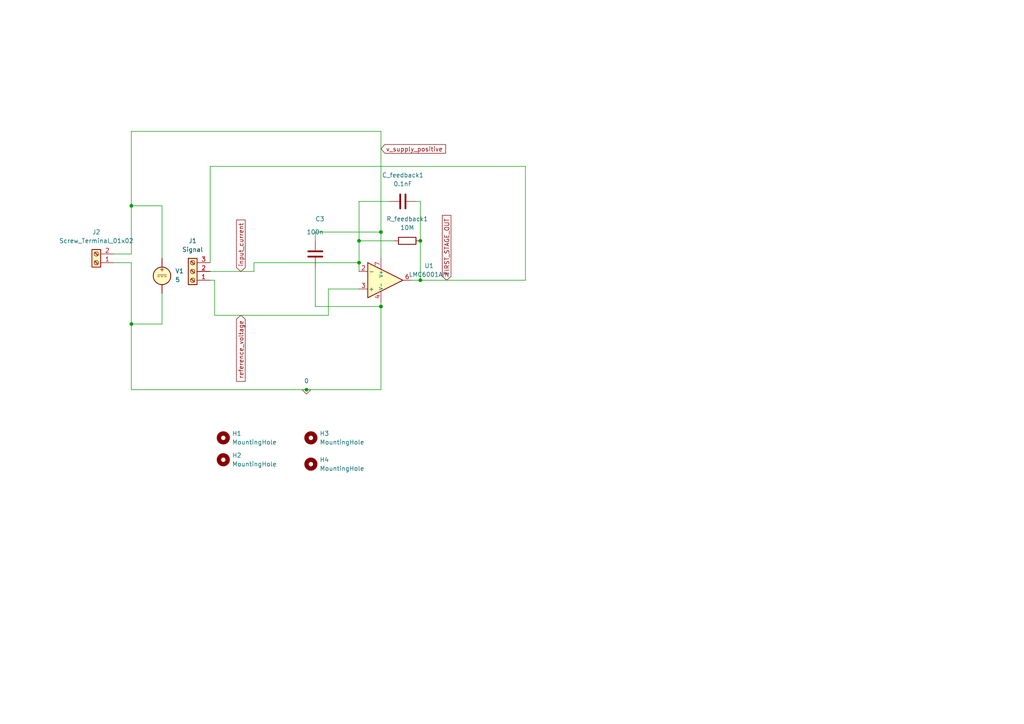
<source format=kicad_sch>
(kicad_sch (version 20230121) (generator eeschema)
  (paper "A4")
  (lib_symbols
    (symbol "Amplifier_Operational_AKL:LMC6001AIN" (pin_names (offset 0.2))
      (property "Reference" "U" (at 2.54 7.62 0))
      (property "Value" "LMC6001AIN" (at 2.54 5.08 0))
      (symbol "LMC6001AIN_0_1"
        (polyline (pts (xy -5.08 5.08) (xy -5.08 -5.08) (xy 5.08 0) (xy -5.08 5.08)) (stroke (width 0.254)) (fill (type background)))
      )
      (symbol "LMC6001AIN_1_1"
        (pin no_connect line (at 1.27 1.27 270) (length 2.54) hide (name "NC") (number "1"))
        (pin input line (at -7.62 2.54 0) (length 2.54) (name "-") (number "2"))
        (pin input line (at -7.62 -2.54 0) (length 2.54) (name "+") (number "3"))
        (pin power_in line (at -1.27 -6.35 90) (length 3.18) (name "V-") (number "4"))
        (pin no_connect line (at 0 -1.27 90) (length 2.54) hide (name "NC") (number "5"))
        (pin output line (at 7.62 0 180) (length 2.54) (name "~") (number "6"))
        (pin power_in line (at -1.27 6.35 270) (length 3.18) (name "V+") (number "7"))
        (pin no_connect line (at -2.54 -1.27 90) (length 2.54) hide (name "NC") (number "8"))
      )
    )
    (symbol "Capacitor_AKL:C_Rect_L13.0mm_W6.0mm_P10.00mm" (pin_numbers hide) (pin_names (offset 0.254))
      (property "Reference" "C" (at 0.635 2.54 0))
      (property "Value" "C_Rect_L13.0mm_W6.0mm_P10.00mm" (at 0.635 -2.54 0))
      (symbol "C_Rect_L13.0mm_W6.0mm_P10.00mm_0_1"
        (polyline (pts (xy -2.032 -0.762) (xy 2.032 -0.762)) (stroke (width 0.508)))
        (polyline (pts (xy -2.032 0.762) (xy 2.032 0.762)) (stroke (width 0.508)))
      )
      (symbol "C_Rect_L13.0mm_W6.0mm_P10.00mm_1_1"
        (pin passive line (at 0 3.81 270) (length 2.794) (name "~") (number "1"))
        (pin passive line (at 0 -3.81 90) (length 2.794) (name "~") (number "2"))
      )
    )
    (symbol "Connector:Screw_Terminal_01x02" (pin_names (offset 1.016) hide)
      (property "Reference" "J" (at 0 2.54 0))
      (property "Value" "Screw_Terminal_01x02" (at 0 -5.08 0))
      (symbol "Screw_Terminal_01x02_1_1"
        (rectangle (start -1.27 1.27) (end 1.27 -3.81) (stroke (width 0.254)) (fill (type background)))
        (circle (center 0 -2.54) (radius 0.635) (stroke (width 0.1524)))
        (polyline (pts (xy -0.5334 -2.2098) (xy 0.3302 -3.048)) (stroke (width 0.1524)))
        (polyline (pts (xy -0.5334 0.3302) (xy 0.3302 -0.508)) (stroke (width 0.1524)))
        (polyline (pts (xy -0.3556 -2.032) (xy 0.508 -2.8702)) (stroke (width 0.1524)))
        (polyline (pts (xy -0.3556 0.508) (xy 0.508 -0.3302)) (stroke (width 0.1524)))
        (circle (center 0 0) (radius 0.635) (stroke (width 0.1524)))
        (pin passive line (at -5.08 0 0) (length 3.81) (name "Pin_1") (number "1"))
        (pin passive line (at -5.08 -2.54 0) (length 3.81) (name "Pin_2") (number "2"))
      )
    )
    (symbol "Connector:Screw_Terminal_01x03" (pin_names (offset 1.016) hide)
      (property "Reference" "J" (at 0 5.08 0))
      (property "Value" "Screw_Terminal_01x03" (at 0 -5.08 0))
      (symbol "Screw_Terminal_01x03_1_1"
        (rectangle (start -1.27 3.81) (end 1.27 -3.81) (stroke (width 0.254)) (fill (type background)))
        (circle (center 0 -2.54) (radius 0.635) (stroke (width 0.1524)))
        (polyline (pts (xy -0.5334 -2.2098) (xy 0.3302 -3.048)) (stroke (width 0.1524)))
        (polyline (pts (xy -0.5334 0.3302) (xy 0.3302 -0.508)) (stroke (width 0.1524)))
        (polyline (pts (xy -0.5334 2.8702) (xy 0.3302 2.032)) (stroke (width 0.1524)))
        (polyline (pts (xy -0.3556 -2.032) (xy 0.508 -2.8702)) (stroke (width 0.1524)))
        (polyline (pts (xy -0.3556 0.508) (xy 0.508 -0.3302)) (stroke (width 0.1524)))
        (polyline (pts (xy -0.3556 3.048) (xy 0.508 2.2098)) (stroke (width 0.1524)))
        (circle (center 0 0) (radius 0.635) (stroke (width 0.1524)))
        (circle (center 0 2.54) (radius 0.635) (stroke (width 0.1524)))
        (pin passive line (at -5.08 2.54 0) (length 3.81) (name "Pin_1") (number "1"))
        (pin passive line (at -5.08 0 0) (length 3.81) (name "Pin_2") (number "2"))
        (pin passive line (at -5.08 -2.54 0) (length 3.81) (name "Pin_3") (number "3"))
      )
    )
    (symbol "Device:C" (pin_numbers hide) (pin_names (offset 0.254))
      (property "Reference" "C" (at 0.635 2.54 0))
      (property "Value" "C" (at 0.635 -2.54 0))
      (symbol "C_0_1"
        (polyline (pts (xy -2.032 -0.762) (xy 2.032 -0.762)) (stroke (width 0.508)))
        (polyline (pts (xy -2.032 0.762) (xy 2.032 0.762)) (stroke (width 0.508)))
      )
      (symbol "C_1_1"
        (pin passive line (at 0 3.81 270) (length 2.794) (name "~") (number "1"))
        (pin passive line (at 0 -3.81 90) (length 2.794) (name "~") (number "2"))
      )
    )
    (symbol "Device:R" (pin_numbers hide) (pin_names (offset 0))
      (property "Reference" "R" (at 2.032 0 90))
      (property "Value" "R" (at 0 0 90))
      (symbol "R_0_1"
        (rectangle (start -1.016 -2.54) (end 1.016 2.54) (stroke (width 0.254)))
      )
      (symbol "R_1_1"
        (pin passive line (at 0 3.81 270) (length 1.27) (name "~") (number "1"))
        (pin passive line (at 0 -3.81 90) (length 1.27) (name "~") (number "2"))
      )
    )
    (symbol "Mechanical:MountingHole" (pin_names (offset 1.016))
      (property "Reference" "H" (at 0 5.08 0))
      (property "Value" "MountingHole" (at 0 3.175 0))
      (symbol "MountingHole_0_1"
        (circle (center 0 0) (radius 1.27) (stroke (width 1.27)))
      )
    )
    (symbol "Simulation_SPICE:0" (power) (pin_names (offset 0))
      (property "Value" "0" (at 0 -1.778 0))
      (symbol "0_0_1"
        (polyline (pts (xy -1.27 0) (xy 0 -1.27) (xy 1.27 0) (xy -1.27 0)))
      )
      (symbol "0_1_1"
        (pin power_in line (at 0 0 0) (length 0) hide (name "0") (number "1"))
      )
    )
    (symbol "Simulation_SPICE:VDC" (pin_numbers hide) (pin_names (offset 0.0254))
      (property "Reference" "V" (at 2.54 2.54 0))
      (property "Value" "1" (at 2.54 0 0))
      (symbol "VDC_0_0"
        (polyline (pts (xy -1.27 0.254) (xy 1.27 0.254)))
        (polyline (pts (xy -0.762 -0.254) (xy -1.27 -0.254)))
        (polyline (pts (xy 0.254 -0.254) (xy -0.254 -0.254)))
        (polyline (pts (xy 1.27 -0.254) (xy 0.762 -0.254)))
        (text "+" (at 0 1.905 0) (effects (font (size 1.27 1.27))))
      )
      (symbol "VDC_0_1"
        (circle (center 0 0) (radius 2.54) (stroke (width 0.254)) (fill (type background)))
      )
      (symbol "VDC_1_1"
        (pin passive line (at 0 5.08 270) (length 2.54) (name "~") (number "1"))
        (pin passive line (at 0 -5.08 90) (length 2.54) (name "~") (number "2"))
      )
    )
  )
  (junction (at 121.92 69.85))
  (junction (at 110.49 88.9))
  (junction (at 38.1 93.98))
  (junction (at 104.14 69.85))
  (junction (at 110.49 67.31))
  (junction (at 38.1 59.69))
  (junction (at 121.92 81.28))
  (junction (at 88.9 113.03))
  (junction (at 104.14 76.2))
  (wire (pts (xy 110.49 67.31) (xy 110.49 74.93)))
  (wire (pts (xy 119.38 81.28) (xy 121.92 81.28)))
  (wire (pts (xy 62.23 91.44) (xy 95.25 91.44)))
  (wire (pts (xy 73.66 76.2) (xy 73.66 78.74)))
  (wire (pts (xy 38.1 59.69) (xy 46.99 59.69)))
  (wire (pts (xy 38.1 73.66) (xy 33.02 73.66)))
  (wire (pts (xy 38.1 38.1) (xy 110.49 38.1)))
  (wire (pts (xy 38.1 59.69) (xy 38.1 38.1)))
  (wire (pts (xy 152.4 48.26) (xy 60.96 48.26)))
  (wire (pts (xy 121.92 58.42) (xy 120.65 58.42)))
  (wire (pts (xy 95.25 91.44) (xy 95.25 83.82)))
  (wire (pts (xy 38.1 59.69) (xy 38.1 73.66)))
  (wire (pts (xy 104.14 69.85) (xy 114.3 69.85)))
  (wire (pts (xy 38.1 76.2) (xy 33.02 76.2)))
  (wire (pts (xy 73.66 78.74) (xy 60.96 78.74)))
  (wire (pts (xy 121.92 81.28) (xy 152.4 81.28)))
  (wire (pts (xy 88.9 113.03) (xy 110.49 113.03)))
  (wire (pts (xy 104.14 76.2) (xy 104.14 78.74)))
  (wire (pts (xy 121.92 81.28) (xy 121.92 69.85)))
  (wire (pts (xy 91.44 88.9) (xy 91.44 77.47)))
  (wire (pts (xy 110.49 88.9) (xy 91.44 88.9)))
  (wire (pts (xy 91.44 69.85) (xy 91.44 67.31)))
  (wire (pts (xy 110.49 87.63) (xy 110.49 88.9)))
  (wire (pts (xy 46.99 93.98) (xy 38.1 93.98)))
  (wire (pts (xy 38.1 93.98) (xy 38.1 113.03)))
  (wire (pts (xy 110.49 38.1) (xy 110.49 67.31)))
  (wire (pts (xy 104.14 58.42) (xy 104.14 69.85)))
  (wire (pts (xy 62.23 81.28) (xy 60.96 81.28)))
  (wire (pts (xy 73.66 76.2) (xy 104.14 76.2)))
  (wire (pts (xy 62.23 91.44) (xy 62.23 81.28)))
  (wire (pts (xy 38.1 113.03) (xy 88.9 113.03)))
  (wire (pts (xy 113.03 58.42) (xy 104.14 58.42)))
  (wire (pts (xy 60.96 48.26) (xy 60.96 76.2)))
  (wire (pts (xy 46.99 85.09) (xy 46.99 93.98)))
  (wire (pts (xy 46.99 74.93) (xy 46.99 59.69)))
  (wire (pts (xy 110.49 88.9) (xy 110.49 113.03)))
  (wire (pts (xy 95.25 83.82) (xy 104.14 83.82)))
  (wire (pts (xy 104.14 76.2) (xy 104.14 69.85)))
  (wire (pts (xy 38.1 76.2) (xy 38.1 93.98)))
  (wire (pts (xy 152.4 81.28) (xy 152.4 48.26)))
  (wire (pts (xy 121.92 69.85) (xy 121.92 58.42)))
  (wire (pts (xy 91.44 67.31) (xy 110.49 67.31)))
  (global_label "input_current" (shape input) (at 69.85 78.74 90) (property "Intersheetrefs" "${INTERSHEET_REFS}" (effects hide)))
  (global_label "FIRST_STAGE_OUT" (shape input) (at 129.54 81.28 90) (property "Intersheetrefs" "${INTERSHEET_REFS}" (effects hide)))
  (global_label "v_supply_positive" (shape input) (at 110.49 43.18 0) (property "Intersheetrefs" "${INTERSHEET_REFS}" (effects hide)))
  (global_label "reference_voltage" (shape input) (at 69.85 91.44 270) (property "Intersheetrefs" "${INTERSHEET_REFS}" (effects hide)))
  (symbol (lib_id "Connector:Screw_Terminal_01x02") (at 27.94 76.2 180) (unit 1)
    (property "Reference" "J2" (at 27.94 67.31 0))
    (property "Value" "Screw_Terminal_01x02" (at 27.94 69.85 0))
    (property "Footprint" "TerminalBlock_MetzConnect:TerminalBlock_MetzConnect_Type101_RT01602HBWC_1x02_P5.08mm_Horizontal" (effects hide))
  )
  (symbol (lib_id "Mechanical:MountingHole") (at 90.17 127 0) (unit 1)
    (property "Reference" "H3" (at 92.71 125.73 0) (effects (justify left)))
    (property "Value" "MountingHole" (at 92.71 128.27 0) (effects (justify left)))
    (property "Footprint" "MountingHole:MountingHole_3.2mm_M3_DIN965" (effects hide))
  )
  (symbol (lib_id "Connector:Screw_Terminal_01x03") (at 55.88 78.74 180) (unit 1)
    (property "Reference" "J1" (at 55.88 69.85 0))
    (property "Value" "Signal" (at 55.88 72.39 0))
    (property "Footprint" "TerminalBlock_MetzConnect:TerminalBlock_MetzConnect_Type101_RT01603HBWC_1x03_P5.08mm_Horizontal" (effects hide))
  )
  (symbol (lib_id "Device:R") (at 118.11 69.85 90) (unit 1)
    (property "Reference" "R_feedback1" (at 118.11 63.5 90))
    (property "Value" "10M" (at 118.11 66.04 90))
    (property "Footprint" "Resistor_THT:R_Axial_DIN0207_L6.3mm_D2.5mm_P10.16mm_Horizontal" (effects hide))
  )
  (symbol (lib_id "Capacitor_AKL:C_Rect_L13.0mm_W6.0mm_P10.00mm") (at 116.84 58.42 90) (unit 1)
    (property "Reference" "C_feedback1" (at 116.84 50.8 90))
    (property "Value" "0.1nF" (at 116.84 53.34 90))
    (property "Footprint" "Capacitor_THT_AKL:C_Rect_L13.0mm_W6.0mm_P10.00mm_FKS3_FKP3_MKS4" (effects hide))
  )
  (symbol (lib_id "Mechanical:MountingHole") (at 64.77 133.35 0) (unit 1)
    (property "Reference" "H2" (at 67.31 132.08 0) (effects (justify left)))
    (property "Value" "MountingHole" (at 67.31 134.62 0) (effects (justify left)))
    (property "Footprint" "MountingHole:MountingHole_3.2mm_M3_DIN965" (effects hide))
  )
  (symbol (lib_id "Mechanical:MountingHole") (at 90.17 134.62 0) (unit 1)
    (property "Reference" "H4" (at 92.71 133.35 0) (effects (justify left)))
    (property "Value" "MountingHole" (at 92.71 135.89 0) (effects (justify left)))
    (property "Footprint" "MountingHole:MountingHole_3.2mm_M3_DIN965" (effects hide))
  )
  (symbol (lib_id "Mechanical:MountingHole") (at 64.77 127 0) (unit 1)
    (property "Reference" "H1" (at 67.31 125.73 0) (effects (justify left)))
    (property "Value" "MountingHole" (at 67.31 128.27 0) (effects (justify left)))
    (property "Footprint" "MountingHole:MountingHole_3.2mm_M3_DIN965" (effects hide))
  )
  (symbol (lib_id "Amplifier_Operational_AKL:LMC6001AIN") (at 111.76 81.28 0) (unit 1)
    (property "Reference" "U1" (at 124.46 77.0891 0))
    (property "Value" "LMC6001AIN" (at 124.46 79.6291 0))
    (property "Footprint" "Package_DIP_AKL:DIP-8_W7.62mm_LongPads" (effects hide))
    (property "Datasheet" "https://www.ti.com/lit/ds/symlink/lmc6001.pdf?ts=1630849364692&ref_url=https%253A%252F%252Fwww.google.com%252F" (effects hide))
    (property "Sim.Library" "/home/fbo/Documents/_frei/2023_11_atmo_stroeme_ursula/spice_models/snom216b/LMC6001A.LIB" (effects hide))
    (property "Sim.Name" "LMC6001A" (effects hide))
    (property "Sim.Device" "SUBCKT" (effects hide))
    (property "Sim.Pins" "2=2 3=1 4=50 6=28 7=99" (effects hide))
  )
  (symbol (lib_id "Simulation_SPICE:VDC") (at 46.99 80.01 0) (unit 1)
    (property "Reference" "V1" (at 50.8 78.6102 0) (effects (justify left)))
    (property "Value" "5" (at 50.8 81.1502 0) (effects (justify left)))
    (property "Sim.Pins" "1=+ 2=-" (effects hide))
    (property "Sim.Type" "DC" (effects hide))
    (property "Sim.Device" "V" (effects hide))
  )
  (symbol (lib_id "Simulation_SPICE:0") (at 88.9 113.03 0) (unit 1)
    (property "Reference" "#GND01" (effects hide))
    (property "Value" "0" (at 88.9 110.49 0))
  )
  (symbol (lib_id "Device:C") (at 91.44 73.66 0) (unit 1)
    (property "Reference" "C3" (at 91.44 63.5 0) (effects (justify left)))
    (property "Value" "100n" (at 88.9 67.31 0) (effects (justify left)))
    (property "Footprint" "Capacitor_THT_AKL:C_Disc_D7.5mm_W2.5mm_P5.00mm" (effects hide))
    (property "Sim.Device" "C" (effects hide))
    (property "Sim.Pins" "1=+ 2=-" (effects hide))
  )
)
</source>
